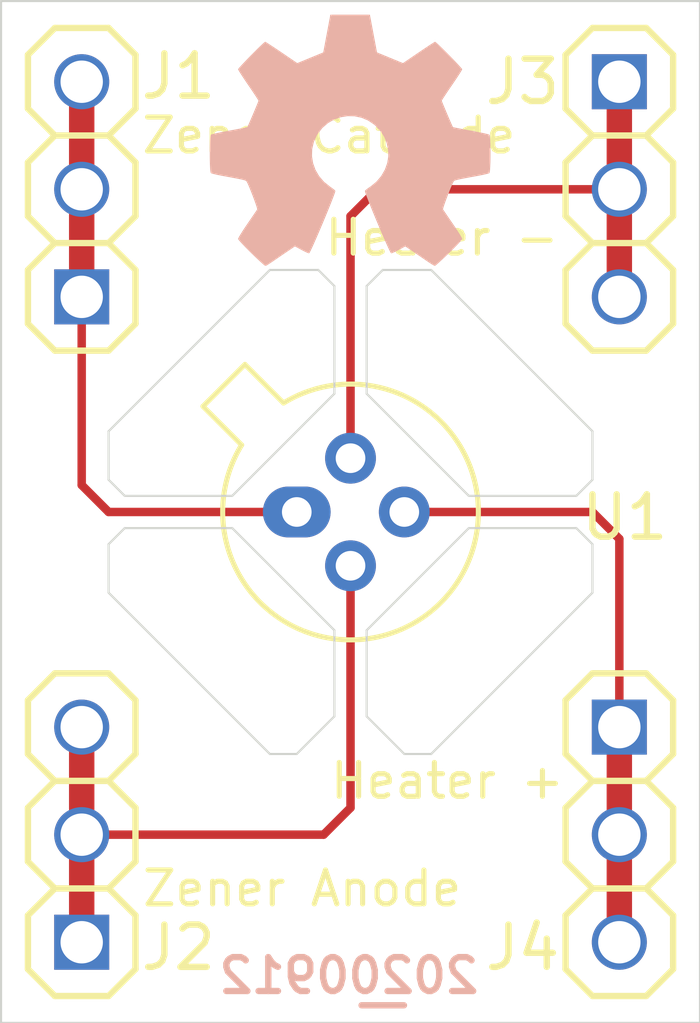
<source format=kicad_pcb>
(kicad_pcb (version 20171130) (host pcbnew 5.1.6-c6e7f7d~87~ubuntu19.10.1)

  (general
    (thickness 1.6)
    (drawings 40)
    (tracks 20)
    (zones 0)
    (modules 7)
    (nets 5)
  )

  (page A4)
  (layers
    (0 F.Cu signal)
    (31 B.Cu signal)
    (32 B.Adhes user)
    (33 F.Adhes user)
    (34 B.Paste user)
    (35 F.Paste user)
    (36 B.SilkS user)
    (37 F.SilkS user)
    (38 B.Mask user)
    (39 F.Mask user)
    (40 Dwgs.User user)
    (41 Cmts.User user)
    (42 Eco1.User user)
    (43 Eco2.User user)
    (44 Edge.Cuts user)
    (45 Margin user)
    (46 B.CrtYd user)
    (47 F.CrtYd user)
    (48 B.Fab user)
    (49 F.Fab user)
  )

  (setup
    (last_trace_width 0.6)
    (user_trace_width 0.2)
    (user_trace_width 0.3)
    (user_trace_width 0.4)
    (user_trace_width 0.6)
    (user_trace_width 0.8)
    (user_trace_width 1)
    (user_trace_width 1.2)
    (user_trace_width 1.4)
    (user_trace_width 1.6)
    (user_trace_width 2)
    (trace_clearance 0.2)
    (zone_clearance 0.508)
    (zone_45_only no)
    (trace_min 0.1524)
    (via_size 0.8)
    (via_drill 0.4)
    (via_min_size 0.381)
    (via_min_drill 0.254)
    (user_via 0.4 0.254)
    (user_via 0.5 0.3)
    (user_via 0.6 0.4)
    (user_via 0.8 0.6)
    (user_via 1.1 0.8)
    (user_via 1.3 1)
    (user_via 1.5 1.2)
    (user_via 1.7 1.4)
    (user_via 1.9 1.6)
    (user_via 2.5 2)
    (uvia_size 0.3)
    (uvia_drill 0.1)
    (uvias_allowed no)
    (uvia_min_size 0.2)
    (uvia_min_drill 0.1)
    (edge_width 0.05)
    (segment_width 0.2)
    (pcb_text_width 0.3)
    (pcb_text_size 1.5 1.5)
    (mod_edge_width 0.12)
    (mod_text_size 0.8 0.8)
    (mod_text_width 0.12)
    (pad_size 1.524 1.524)
    (pad_drill 0.762)
    (pad_to_mask_clearance 0.0762)
    (solder_mask_min_width 0.1016)
    (pad_to_paste_clearance_ratio -0.1)
    (aux_axis_origin 0 0)
    (visible_elements FFFFFF7F)
    (pcbplotparams
      (layerselection 0x010fc_ffffffff)
      (usegerberextensions false)
      (usegerberattributes true)
      (usegerberadvancedattributes true)
      (creategerberjobfile true)
      (excludeedgelayer true)
      (linewidth 0.100000)
      (plotframeref false)
      (viasonmask false)
      (mode 1)
      (useauxorigin false)
      (hpglpennumber 1)
      (hpglpenspeed 20)
      (hpglpendiameter 15.000000)
      (psnegative false)
      (psa4output false)
      (plotreference true)
      (plotvalue true)
      (plotinvisibletext false)
      (padsonsilk false)
      (subtractmaskfromsilk false)
      (outputformat 1)
      (mirror false)
      (drillshape 1)
      (scaleselection 1)
      (outputdirectory ""))
  )

  (net 0 "")
  (net 1 /ZenerC)
  (net 2 /ZenerA)
  (net 3 /Heater-)
  (net 4 /Heater+)

  (net_class Default "This is the default net class."
    (clearance 0.2)
    (trace_width 0.25)
    (via_dia 0.8)
    (via_drill 0.4)
    (uvia_dia 0.3)
    (uvia_drill 0.1)
    (add_net /Heater+)
    (add_net /Heater-)
    (add_net /ZenerA)
    (add_net /ZenerC)
  )

  (module Package_TO_SOT_THT:TO-46-4 (layer F.Cu) (tedit 5A02FF81) (tstamp 5F5D9404)
    (at 132.08 57.15)
    (descr TO-46-4)
    (tags TO-46-4)
    (path /5F5D5976)
    (fp_text reference U1 (at 7.747 0.127) (layer F.SilkS)
      (effects (font (size 1 1) (thickness 0.15)))
    )
    (fp_text value LM399 (at 1.27 4.02) (layer F.Fab)
      (effects (font (size 1 1) (thickness 0.15)))
    )
    (fp_arc (start 1.27 0) (end -0.312331 -2.572281) (angle 333.2) (layer F.SilkS) (width 0.12))
    (fp_arc (start 1.27 0) (end -0.329057 -2.419301) (angle 336.9) (layer F.Fab) (width 0.1))
    (fp_text user %R (at 7.747 0.127) (layer F.Fab)
      (effects (font (size 1 1) (thickness 0.15)))
    )
    (fp_line (start -0.329057 -2.419301) (end -1.156372 -3.246616) (layer F.Fab) (width 0.1))
    (fp_line (start -1.156372 -3.246616) (end -1.976616 -2.426372) (layer F.Fab) (width 0.1))
    (fp_line (start -1.976616 -2.426372) (end -1.149301 -1.599057) (layer F.Fab) (width 0.1))
    (fp_line (start -0.312331 -2.572281) (end -1.224499 -3.484448) (layer F.SilkS) (width 0.12))
    (fp_line (start -1.224499 -3.484448) (end -2.214448 -2.494499) (layer F.SilkS) (width 0.12))
    (fp_line (start -2.214448 -2.494499) (end -1.302281 -1.582331) (layer F.SilkS) (width 0.12))
    (fp_line (start -2.23 -3.5) (end -2.23 3.15) (layer F.CrtYd) (width 0.05))
    (fp_line (start -2.23 3.15) (end 4.42 3.15) (layer F.CrtYd) (width 0.05))
    (fp_line (start 4.42 3.15) (end 4.42 -3.5) (layer F.CrtYd) (width 0.05))
    (fp_line (start 4.42 -3.5) (end -2.23 -3.5) (layer F.CrtYd) (width 0.05))
    (fp_circle (center 1.27 0) (end 3.67 0) (layer F.Fab) (width 0.1))
    (pad 4 thru_hole oval (at 1.27 -1.27) (size 1.2 1.2) (drill 0.7) (layers *.Cu *.Mask)
      (net 3 /Heater-))
    (pad 3 thru_hole oval (at 2.54 0) (size 1.2 1.2) (drill 0.7) (layers *.Cu *.Mask)
      (net 4 /Heater+))
    (pad 2 thru_hole oval (at 1.27 1.27) (size 1.2 1.2) (drill 0.7) (layers *.Cu *.Mask)
      (net 2 /ZenerA))
    (pad 1 thru_hole oval (at 0 0) (size 1.6 1.2) (drill 0.7) (layers *.Cu *.Mask)
      (net 1 /ZenerC))
    (model ${KISYS3DMOD}/Package_TO_SOT_THT.3dshapes/TO-46-4.wrl
      (at (xyz 0 0 0))
      (scale (xyz 1 1 1))
      (rotate (xyz 0 0 0))
    )
  )

  (module SquantorConnectors:Header-0254-1X03-H010 (layer F.Cu) (tedit 5BE2003D) (tstamp 5F5D8E23)
    (at 139.7 64.77 270)
    (descr "PIN HEADER")
    (tags "PIN HEADER")
    (path /5F5D8F6A)
    (attr virtual)
    (fp_text reference J4 (at 2.667 2.286 180) (layer F.SilkS)
      (effects (font (size 1 1) (thickness 0.15)))
    )
    (fp_text value Conn_01x03 (at 0 2.1 90) (layer F.Fab) hide
      (effects (font (size 1 1) (thickness 0.15)))
    )
    (fp_line (start -3.175 -1.27) (end -1.905 -1.27) (layer F.SilkS) (width 0.15))
    (fp_line (start -1.905 -1.27) (end -1.27 -0.635) (layer F.SilkS) (width 0.15))
    (fp_line (start -1.27 -0.635) (end -1.27 0.635) (layer F.SilkS) (width 0.15))
    (fp_line (start -1.27 0.635) (end -1.905 1.27) (layer F.SilkS) (width 0.15))
    (fp_line (start -1.27 -0.635) (end -0.635 -1.27) (layer F.SilkS) (width 0.15))
    (fp_line (start -0.635 -1.27) (end 0.635 -1.27) (layer F.SilkS) (width 0.15))
    (fp_line (start 0.635 -1.27) (end 1.27 -0.635) (layer F.SilkS) (width 0.15))
    (fp_line (start 1.27 -0.635) (end 1.27 0.635) (layer F.SilkS) (width 0.15))
    (fp_line (start 1.27 0.635) (end 0.635 1.27) (layer F.SilkS) (width 0.15))
    (fp_line (start 0.635 1.27) (end -0.635 1.27) (layer F.SilkS) (width 0.15))
    (fp_line (start -0.635 1.27) (end -1.27 0.635) (layer F.SilkS) (width 0.15))
    (fp_line (start -3.81 -0.635) (end -3.81 0.635) (layer F.SilkS) (width 0.15))
    (fp_line (start -3.175 -1.27) (end -3.81 -0.635) (layer F.SilkS) (width 0.15))
    (fp_line (start -3.81 0.635) (end -3.175 1.27) (layer F.SilkS) (width 0.15))
    (fp_line (start -1.905 1.27) (end -3.175 1.27) (layer F.SilkS) (width 0.15))
    (fp_line (start 1.27 -0.635) (end 1.905 -1.27) (layer F.SilkS) (width 0.15))
    (fp_line (start 1.905 -1.27) (end 3.175 -1.27) (layer F.SilkS) (width 0.15))
    (fp_line (start 3.175 -1.27) (end 3.81 -0.635) (layer F.SilkS) (width 0.15))
    (fp_line (start 3.81 -0.635) (end 3.81 0.635) (layer F.SilkS) (width 0.15))
    (fp_line (start 3.81 0.635) (end 3.175 1.27) (layer F.SilkS) (width 0.15))
    (fp_line (start 3.175 1.27) (end 1.905 1.27) (layer F.SilkS) (width 0.15))
    (fp_line (start 1.905 1.27) (end 1.27 0.635) (layer F.SilkS) (width 0.15))
    (pad 3 thru_hole circle (at 2.54 0 90) (size 1.3 1.3) (drill 1) (layers *.Cu *.Mask)
      (net 4 /Heater+))
    (pad 2 thru_hole circle (at 0 0 90) (size 1.3 1.3) (drill 1) (layers *.Cu *.Mask)
      (net 4 /Heater+))
    (pad 1 thru_hole rect (at -2.54 0 90) (size 1.3 1.3) (drill 1) (layers *.Cu *.Mask)
      (net 4 /Heater+))
  )

  (module SquantorConnectors:Header-0254-1X03-H010 (layer F.Cu) (tedit 5BE2003D) (tstamp 5F5D8E06)
    (at 139.7 49.53 270)
    (descr "PIN HEADER")
    (tags "PIN HEADER")
    (path /5F5D9BE4)
    (attr virtual)
    (fp_text reference J3 (at -2.54 2.286 180) (layer F.SilkS)
      (effects (font (size 1 1) (thickness 0.15)))
    )
    (fp_text value Conn_01x03 (at 0 2.1 90) (layer F.Fab) hide
      (effects (font (size 1 1) (thickness 0.15)))
    )
    (fp_line (start -3.175 -1.27) (end -1.905 -1.27) (layer F.SilkS) (width 0.15))
    (fp_line (start -1.905 -1.27) (end -1.27 -0.635) (layer F.SilkS) (width 0.15))
    (fp_line (start -1.27 -0.635) (end -1.27 0.635) (layer F.SilkS) (width 0.15))
    (fp_line (start -1.27 0.635) (end -1.905 1.27) (layer F.SilkS) (width 0.15))
    (fp_line (start -1.27 -0.635) (end -0.635 -1.27) (layer F.SilkS) (width 0.15))
    (fp_line (start -0.635 -1.27) (end 0.635 -1.27) (layer F.SilkS) (width 0.15))
    (fp_line (start 0.635 -1.27) (end 1.27 -0.635) (layer F.SilkS) (width 0.15))
    (fp_line (start 1.27 -0.635) (end 1.27 0.635) (layer F.SilkS) (width 0.15))
    (fp_line (start 1.27 0.635) (end 0.635 1.27) (layer F.SilkS) (width 0.15))
    (fp_line (start 0.635 1.27) (end -0.635 1.27) (layer F.SilkS) (width 0.15))
    (fp_line (start -0.635 1.27) (end -1.27 0.635) (layer F.SilkS) (width 0.15))
    (fp_line (start -3.81 -0.635) (end -3.81 0.635) (layer F.SilkS) (width 0.15))
    (fp_line (start -3.175 -1.27) (end -3.81 -0.635) (layer F.SilkS) (width 0.15))
    (fp_line (start -3.81 0.635) (end -3.175 1.27) (layer F.SilkS) (width 0.15))
    (fp_line (start -1.905 1.27) (end -3.175 1.27) (layer F.SilkS) (width 0.15))
    (fp_line (start 1.27 -0.635) (end 1.905 -1.27) (layer F.SilkS) (width 0.15))
    (fp_line (start 1.905 -1.27) (end 3.175 -1.27) (layer F.SilkS) (width 0.15))
    (fp_line (start 3.175 -1.27) (end 3.81 -0.635) (layer F.SilkS) (width 0.15))
    (fp_line (start 3.81 -0.635) (end 3.81 0.635) (layer F.SilkS) (width 0.15))
    (fp_line (start 3.81 0.635) (end 3.175 1.27) (layer F.SilkS) (width 0.15))
    (fp_line (start 3.175 1.27) (end 1.905 1.27) (layer F.SilkS) (width 0.15))
    (fp_line (start 1.905 1.27) (end 1.27 0.635) (layer F.SilkS) (width 0.15))
    (pad 3 thru_hole circle (at 2.54 0 90) (size 1.3 1.3) (drill 1) (layers *.Cu *.Mask)
      (net 3 /Heater-))
    (pad 2 thru_hole circle (at 0 0 90) (size 1.3 1.3) (drill 1) (layers *.Cu *.Mask)
      (net 3 /Heater-))
    (pad 1 thru_hole rect (at -2.54 0 90) (size 1.3 1.3) (drill 1) (layers *.Cu *.Mask)
      (net 3 /Heater-))
  )

  (module SquantorConnectors:Header-0254-1X03-H010 (layer F.Cu) (tedit 5BE2003D) (tstamp 5F5D8DE9)
    (at 127 64.77 90)
    (descr "PIN HEADER")
    (tags "PIN HEADER")
    (path /5F5D7C9F)
    (attr virtual)
    (fp_text reference J2 (at -2.667 2.286 180) (layer F.SilkS)
      (effects (font (size 1 1) (thickness 0.15)))
    )
    (fp_text value Conn_01x03 (at 0 2.1 90) (layer F.Fab) hide
      (effects (font (size 1 1) (thickness 0.15)))
    )
    (fp_line (start -3.175 -1.27) (end -1.905 -1.27) (layer F.SilkS) (width 0.15))
    (fp_line (start -1.905 -1.27) (end -1.27 -0.635) (layer F.SilkS) (width 0.15))
    (fp_line (start -1.27 -0.635) (end -1.27 0.635) (layer F.SilkS) (width 0.15))
    (fp_line (start -1.27 0.635) (end -1.905 1.27) (layer F.SilkS) (width 0.15))
    (fp_line (start -1.27 -0.635) (end -0.635 -1.27) (layer F.SilkS) (width 0.15))
    (fp_line (start -0.635 -1.27) (end 0.635 -1.27) (layer F.SilkS) (width 0.15))
    (fp_line (start 0.635 -1.27) (end 1.27 -0.635) (layer F.SilkS) (width 0.15))
    (fp_line (start 1.27 -0.635) (end 1.27 0.635) (layer F.SilkS) (width 0.15))
    (fp_line (start 1.27 0.635) (end 0.635 1.27) (layer F.SilkS) (width 0.15))
    (fp_line (start 0.635 1.27) (end -0.635 1.27) (layer F.SilkS) (width 0.15))
    (fp_line (start -0.635 1.27) (end -1.27 0.635) (layer F.SilkS) (width 0.15))
    (fp_line (start -3.81 -0.635) (end -3.81 0.635) (layer F.SilkS) (width 0.15))
    (fp_line (start -3.175 -1.27) (end -3.81 -0.635) (layer F.SilkS) (width 0.15))
    (fp_line (start -3.81 0.635) (end -3.175 1.27) (layer F.SilkS) (width 0.15))
    (fp_line (start -1.905 1.27) (end -3.175 1.27) (layer F.SilkS) (width 0.15))
    (fp_line (start 1.27 -0.635) (end 1.905 -1.27) (layer F.SilkS) (width 0.15))
    (fp_line (start 1.905 -1.27) (end 3.175 -1.27) (layer F.SilkS) (width 0.15))
    (fp_line (start 3.175 -1.27) (end 3.81 -0.635) (layer F.SilkS) (width 0.15))
    (fp_line (start 3.81 -0.635) (end 3.81 0.635) (layer F.SilkS) (width 0.15))
    (fp_line (start 3.81 0.635) (end 3.175 1.27) (layer F.SilkS) (width 0.15))
    (fp_line (start 3.175 1.27) (end 1.905 1.27) (layer F.SilkS) (width 0.15))
    (fp_line (start 1.905 1.27) (end 1.27 0.635) (layer F.SilkS) (width 0.15))
    (pad 3 thru_hole circle (at 2.54 0 270) (size 1.3 1.3) (drill 1) (layers *.Cu *.Mask)
      (net 2 /ZenerA))
    (pad 2 thru_hole circle (at 0 0 270) (size 1.3 1.3) (drill 1) (layers *.Cu *.Mask)
      (net 2 /ZenerA))
    (pad 1 thru_hole rect (at -2.54 0 270) (size 1.3 1.3) (drill 1) (layers *.Cu *.Mask)
      (net 2 /ZenerA))
  )

  (module SquantorConnectors:Header-0254-1X03-H010 (layer F.Cu) (tedit 5BE2003D) (tstamp 5F5D9381)
    (at 127 49.53 90)
    (descr "PIN HEADER")
    (tags "PIN HEADER")
    (path /5F5D5BCA)
    (attr virtual)
    (fp_text reference J1 (at 2.667 2.286 180) (layer F.SilkS)
      (effects (font (size 1 1) (thickness 0.15)))
    )
    (fp_text value Conn_01x03 (at 0 2.1 90) (layer F.Fab) hide
      (effects (font (size 1 1) (thickness 0.15)))
    )
    (fp_line (start -3.175 -1.27) (end -1.905 -1.27) (layer F.SilkS) (width 0.15))
    (fp_line (start -1.905 -1.27) (end -1.27 -0.635) (layer F.SilkS) (width 0.15))
    (fp_line (start -1.27 -0.635) (end -1.27 0.635) (layer F.SilkS) (width 0.15))
    (fp_line (start -1.27 0.635) (end -1.905 1.27) (layer F.SilkS) (width 0.15))
    (fp_line (start -1.27 -0.635) (end -0.635 -1.27) (layer F.SilkS) (width 0.15))
    (fp_line (start -0.635 -1.27) (end 0.635 -1.27) (layer F.SilkS) (width 0.15))
    (fp_line (start 0.635 -1.27) (end 1.27 -0.635) (layer F.SilkS) (width 0.15))
    (fp_line (start 1.27 -0.635) (end 1.27 0.635) (layer F.SilkS) (width 0.15))
    (fp_line (start 1.27 0.635) (end 0.635 1.27) (layer F.SilkS) (width 0.15))
    (fp_line (start 0.635 1.27) (end -0.635 1.27) (layer F.SilkS) (width 0.15))
    (fp_line (start -0.635 1.27) (end -1.27 0.635) (layer F.SilkS) (width 0.15))
    (fp_line (start -3.81 -0.635) (end -3.81 0.635) (layer F.SilkS) (width 0.15))
    (fp_line (start -3.175 -1.27) (end -3.81 -0.635) (layer F.SilkS) (width 0.15))
    (fp_line (start -3.81 0.635) (end -3.175 1.27) (layer F.SilkS) (width 0.15))
    (fp_line (start -1.905 1.27) (end -3.175 1.27) (layer F.SilkS) (width 0.15))
    (fp_line (start 1.27 -0.635) (end 1.905 -1.27) (layer F.SilkS) (width 0.15))
    (fp_line (start 1.905 -1.27) (end 3.175 -1.27) (layer F.SilkS) (width 0.15))
    (fp_line (start 3.175 -1.27) (end 3.81 -0.635) (layer F.SilkS) (width 0.15))
    (fp_line (start 3.81 -0.635) (end 3.81 0.635) (layer F.SilkS) (width 0.15))
    (fp_line (start 3.81 0.635) (end 3.175 1.27) (layer F.SilkS) (width 0.15))
    (fp_line (start 3.175 1.27) (end 1.905 1.27) (layer F.SilkS) (width 0.15))
    (fp_line (start 1.905 1.27) (end 1.27 0.635) (layer F.SilkS) (width 0.15))
    (pad 3 thru_hole circle (at 2.54 0 270) (size 1.3 1.3) (drill 1) (layers *.Cu *.Mask)
      (net 1 /ZenerC))
    (pad 2 thru_hole circle (at 0 0 270) (size 1.3 1.3) (drill 1) (layers *.Cu *.Mask)
      (net 1 /ZenerC))
    (pad 1 thru_hole rect (at -2.54 0 270) (size 1.3 1.3) (drill 1) (layers *.Cu *.Mask)
      (net 1 /ZenerC))
  )

  (module Symbol:OSHW-Symbol_6.7x6mm_SilkScreen (layer B.Cu) (tedit 0) (tstamp 5EE12086)
    (at 133.35 48.387 180)
    (descr "Open Source Hardware Symbol")
    (tags "Logo Symbol OSHW")
    (path /5EE13678)
    (attr virtual)
    (fp_text reference N2 (at 0 0) (layer B.SilkS) hide
      (effects (font (size 1 1) (thickness 0.15)) (justify mirror))
    )
    (fp_text value OHWLOGO (at 0.75 0) (layer B.Fab) hide
      (effects (font (size 1 1) (thickness 0.15)) (justify mirror))
    )
    (fp_poly (pts (xy 0.555814 2.531069) (xy 0.639635 2.086445) (xy 0.94892 1.958947) (xy 1.258206 1.831449)
      (xy 1.629246 2.083754) (xy 1.733157 2.154004) (xy 1.827087 2.216728) (xy 1.906652 2.269062)
      (xy 1.96747 2.308143) (xy 2.005157 2.331107) (xy 2.015421 2.336058) (xy 2.03391 2.323324)
      (xy 2.07342 2.288118) (xy 2.129522 2.234938) (xy 2.197787 2.168282) (xy 2.273786 2.092646)
      (xy 2.353092 2.012528) (xy 2.431275 1.932426) (xy 2.503907 1.856836) (xy 2.566559 1.790255)
      (xy 2.614803 1.737182) (xy 2.64421 1.702113) (xy 2.651241 1.690377) (xy 2.641123 1.66874)
      (xy 2.612759 1.621338) (xy 2.569129 1.552807) (xy 2.513218 1.467785) (xy 2.448006 1.370907)
      (xy 2.410219 1.31565) (xy 2.341343 1.214752) (xy 2.28014 1.123701) (xy 2.229578 1.04703)
      (xy 2.192628 0.989272) (xy 2.172258 0.954957) (xy 2.169197 0.947746) (xy 2.176136 0.927252)
      (xy 2.195051 0.879487) (xy 2.223087 0.811168) (xy 2.257391 0.729011) (xy 2.295109 0.63973)
      (xy 2.333387 0.550042) (xy 2.36937 0.466662) (xy 2.400206 0.396306) (xy 2.423039 0.34569)
      (xy 2.435017 0.321529) (xy 2.435724 0.320578) (xy 2.454531 0.315964) (xy 2.504618 0.305672)
      (xy 2.580793 0.290713) (xy 2.677865 0.272099) (xy 2.790643 0.250841) (xy 2.856442 0.238582)
      (xy 2.97695 0.215638) (xy 3.085797 0.193805) (xy 3.177476 0.174278) (xy 3.246481 0.158252)
      (xy 3.287304 0.146921) (xy 3.295511 0.143326) (xy 3.303548 0.118994) (xy 3.310033 0.064041)
      (xy 3.31497 -0.015108) (xy 3.318364 -0.112026) (xy 3.320218 -0.220287) (xy 3.320538 -0.333465)
      (xy 3.319327 -0.445135) (xy 3.31659 -0.548868) (xy 3.312331 -0.638241) (xy 3.306555 -0.706826)
      (xy 3.299267 -0.748197) (xy 3.294895 -0.75681) (xy 3.268764 -0.767133) (xy 3.213393 -0.781892)
      (xy 3.136107 -0.799352) (xy 3.04423 -0.81778) (xy 3.012158 -0.823741) (xy 2.857524 -0.852066)
      (xy 2.735375 -0.874876) (xy 2.641673 -0.89308) (xy 2.572384 -0.907583) (xy 2.523471 -0.919292)
      (xy 2.490897 -0.929115) (xy 2.470628 -0.937956) (xy 2.458626 -0.946724) (xy 2.456947 -0.948457)
      (xy 2.440184 -0.976371) (xy 2.414614 -1.030695) (xy 2.382788 -1.104777) (xy 2.34726 -1.191965)
      (xy 2.310583 -1.285608) (xy 2.275311 -1.379052) (xy 2.243996 -1.465647) (xy 2.219193 -1.53874)
      (xy 2.203454 -1.591678) (xy 2.199332 -1.617811) (xy 2.199676 -1.618726) (xy 2.213641 -1.640086)
      (xy 2.245322 -1.687084) (xy 2.291391 -1.754827) (xy 2.348518 -1.838423) (xy 2.413373 -1.932982)
      (xy 2.431843 -1.959854) (xy 2.497699 -2.057275) (xy 2.55565 -2.146163) (xy 2.602538 -2.221412)
      (xy 2.635207 -2.27792) (xy 2.6505 -2.310581) (xy 2.651241 -2.314593) (xy 2.638392 -2.335684)
      (xy 2.602888 -2.377464) (xy 2.549293 -2.435445) (xy 2.482171 -2.505135) (xy 2.406087 -2.582045)
      (xy 2.325604 -2.661683) (xy 2.245287 -2.739561) (xy 2.169699 -2.811186) (xy 2.103405 -2.87207)
      (xy 2.050969 -2.917721) (xy 2.016955 -2.94365) (xy 2.007545 -2.947883) (xy 1.985643 -2.937912)
      (xy 1.9408 -2.91102) (xy 1.880321 -2.871736) (xy 1.833789 -2.840117) (xy 1.749475 -2.782098)
      (xy 1.649626 -2.713784) (xy 1.549473 -2.645579) (xy 1.495627 -2.609075) (xy 1.313371 -2.4858)
      (xy 1.160381 -2.56852) (xy 1.090682 -2.604759) (xy 1.031414 -2.632926) (xy 0.991311 -2.648991)
      (xy 0.981103 -2.651226) (xy 0.968829 -2.634722) (xy 0.944613 -2.588082) (xy 0.910263 -2.515609)
      (xy 0.867588 -2.421606) (xy 0.818394 -2.310374) (xy 0.76449 -2.186215) (xy 0.707684 -2.053432)
      (xy 0.649782 -1.916327) (xy 0.592593 -1.779202) (xy 0.537924 -1.646358) (xy 0.487584 -1.522098)
      (xy 0.44338 -1.410725) (xy 0.407119 -1.316539) (xy 0.380609 -1.243844) (xy 0.365658 -1.196941)
      (xy 0.363254 -1.180833) (xy 0.382311 -1.160286) (xy 0.424036 -1.126933) (xy 0.479706 -1.087702)
      (xy 0.484378 -1.084599) (xy 0.628264 -0.969423) (xy 0.744283 -0.835053) (xy 0.83143 -0.685784)
      (xy 0.888699 -0.525913) (xy 0.915086 -0.359737) (xy 0.909585 -0.191552) (xy 0.87119 -0.025655)
      (xy 0.798895 0.133658) (xy 0.777626 0.168513) (xy 0.666996 0.309263) (xy 0.536302 0.422286)
      (xy 0.390064 0.506997) (xy 0.232808 0.562806) (xy 0.069057 0.589126) (xy -0.096667 0.58537)
      (xy -0.259838 0.55095) (xy -0.415935 0.485277) (xy -0.560433 0.387765) (xy -0.605131 0.348187)
      (xy -0.718888 0.224297) (xy -0.801782 0.093876) (xy -0.858644 -0.052315) (xy -0.890313 -0.197088)
      (xy -0.898131 -0.35986) (xy -0.872062 -0.52344) (xy -0.814755 -0.682298) (xy -0.728856 -0.830906)
      (xy -0.617014 -0.963735) (xy -0.481877 -1.075256) (xy -0.464117 -1.087011) (xy -0.40785 -1.125508)
      (xy -0.365077 -1.158863) (xy -0.344628 -1.18016) (xy -0.344331 -1.180833) (xy -0.348721 -1.203871)
      (xy -0.366124 -1.256157) (xy -0.394732 -1.33339) (xy -0.432735 -1.431268) (xy -0.478326 -1.545491)
      (xy -0.529697 -1.671758) (xy -0.585038 -1.805767) (xy -0.642542 -1.943218) (xy -0.700399 -2.079808)
      (xy -0.756802 -2.211237) (xy -0.809942 -2.333205) (xy -0.85801 -2.441409) (xy -0.899199 -2.531549)
      (xy -0.931699 -2.599323) (xy -0.953703 -2.64043) (xy -0.962564 -2.651226) (xy -0.98964 -2.642819)
      (xy -1.040303 -2.620272) (xy -1.105817 -2.587613) (xy -1.141841 -2.56852) (xy -1.294832 -2.4858)
      (xy -1.477088 -2.609075) (xy -1.570125 -2.672228) (xy -1.671985 -2.741727) (xy -1.767438 -2.807165)
      (xy -1.81525 -2.840117) (xy -1.882495 -2.885273) (xy -1.939436 -2.921057) (xy -1.978646 -2.942938)
      (xy -1.991381 -2.947563) (xy -2.009917 -2.935085) (xy -2.050941 -2.900252) (xy -2.110475 -2.846678)
      (xy -2.184542 -2.777983) (xy -2.269165 -2.697781) (xy -2.322685 -2.646286) (xy -2.416319 -2.554286)
      (xy -2.497241 -2.471999) (xy -2.562177 -2.402945) (xy -2.607858 -2.350644) (xy -2.631011 -2.318616)
      (xy -2.633232 -2.312116) (xy -2.622924 -2.287394) (xy -2.594439 -2.237405) (xy -2.550937 -2.167212)
      (xy -2.495577 -2.081875) (xy -2.43152 -1.986456) (xy -2.413303 -1.959854) (xy -2.346927 -1.863167)
      (xy -2.287378 -1.776117) (xy -2.237984 -1.703595) (xy -2.202075 -1.650493) (xy -2.182981 -1.621703)
      (xy -2.181136 -1.618726) (xy -2.183895 -1.595782) (xy -2.198538 -1.545336) (xy -2.222513 -1.474041)
      (xy -2.253266 -1.388547) (xy -2.288244 -1.295507) (xy -2.324893 -1.201574) (xy -2.360661 -1.113399)
      (xy -2.392994 -1.037634) (xy -2.419338 -0.980931) (xy -2.437142 -0.949943) (xy -2.438407 -0.948457)
      (xy -2.449294 -0.939601) (xy -2.467682 -0.930843) (xy -2.497606 -0.921277) (xy -2.543103 -0.909996)
      (xy -2.608209 -0.896093) (xy -2.696961 -0.878663) (xy -2.813393 -0.856798) (xy -2.961542 -0.829591)
      (xy -2.993618 -0.823741) (xy -3.088686 -0.805374) (xy -3.171565 -0.787405) (xy -3.23493 -0.771569)
      (xy -3.271458 -0.7596) (xy -3.276356 -0.75681) (xy -3.284427 -0.732072) (xy -3.290987 -0.67679)
      (xy -3.296033 -0.597389) (xy -3.299559 -0.500296) (xy -3.301561 -0.391938) (xy -3.302036 -0.27874)
      (xy -3.300977 -0.167128) (xy -3.298382 -0.063529) (xy -3.294246 0.025632) (xy -3.288563 0.093928)
      (xy -3.281331 0.134934) (xy -3.276971 0.143326) (xy -3.252698 0.151792) (xy -3.197426 0.165565)
      (xy -3.116662 0.18345) (xy -3.015912 0.204252) (xy -2.900683 0.226777) (xy -2.837902 0.238582)
      (xy -2.718787 0.260849) (xy -2.612565 0.281021) (xy -2.524427 0.298085) (xy -2.459566 0.311031)
      (xy -2.423174 0.318845) (xy -2.417184 0.320578) (xy -2.407061 0.34011) (xy -2.385662 0.387157)
      (xy -2.355839 0.454997) (xy -2.320445 0.536909) (xy -2.282332 0.626172) (xy -2.244353 0.716065)
      (xy -2.20936 0.799865) (xy -2.180206 0.870853) (xy -2.159743 0.922306) (xy -2.150823 0.947503)
      (xy -2.150657 0.948604) (xy -2.160769 0.968481) (xy -2.189117 1.014223) (xy -2.232723 1.081283)
      (xy -2.288606 1.165116) (xy -2.353787 1.261174) (xy -2.391679 1.31635) (xy -2.460725 1.417519)
      (xy -2.52205 1.50937) (xy -2.572663 1.587256) (xy -2.609571 1.646531) (xy -2.629782 1.682549)
      (xy -2.632701 1.690623) (xy -2.620153 1.709416) (xy -2.585463 1.749543) (xy -2.533063 1.806507)
      (xy -2.467384 1.875815) (xy -2.392856 1.952969) (xy -2.313913 2.033475) (xy -2.234983 2.112837)
      (xy -2.1605 2.18656) (xy -2.094894 2.250148) (xy -2.042596 2.299106) (xy -2.008039 2.328939)
      (xy -1.996478 2.336058) (xy -1.977654 2.326047) (xy -1.932631 2.297922) (xy -1.865787 2.254546)
      (xy -1.781499 2.198782) (xy -1.684144 2.133494) (xy -1.610707 2.083754) (xy -1.239667 1.831449)
      (xy -0.621095 2.086445) (xy -0.537275 2.531069) (xy -0.453454 2.975693) (xy 0.471994 2.975693)
      (xy 0.555814 2.531069)) (layer B.SilkS) (width 0.01))
  )

  (module SquantorLabels:Label_Generic (layer B.Cu) (tedit 5D8A7D4C) (tstamp 5EE12051)
    (at 134.112 68.199 180)
    (descr "Label for general purpose use")
    (tags Label)
    (path /5EE12BF3)
    (attr smd)
    (fp_text reference N1 (at 0 -1.85) (layer B.Fab) hide
      (effects (font (size 1 1) (thickness 0.15)) (justify mirror))
    )
    (fp_text value 20200912 (at 0.8 0.1) (layer B.SilkS)
      (effects (font (size 0.8 0.8) (thickness 0.15)) (justify mirror))
    )
    (fp_line (start -0.5 -0.6) (end 0.5 -0.6) (layer B.SilkS) (width 0.15))
  )

  (gr_text "Heater +" (at 135.636 63.5) (layer F.SilkS)
    (effects (font (size 0.8 0.8) (thickness 0.12)))
  )
  (gr_text "Zener Anode" (at 132.207 66.04) (layer F.SilkS)
    (effects (font (size 0.8 0.8) (thickness 0.12)))
  )
  (gr_text "Heater -" (at 135.509 50.673) (layer F.SilkS)
    (effects (font (size 0.8 0.8) (thickness 0.12)))
  )
  (gr_text "Zener Cathode" (at 132.842 48.26) (layer F.SilkS)
    (effects (font (size 0.8 0.8) (thickness 0.12)))
  )
  (gr_line (start 132.969 61.976) (end 132.08 62.865) (layer Edge.Cuts) (width 0.05) (tstamp 5F5D946C))
  (gr_line (start 132.969 61.976) (end 132.969 59.944) (layer Edge.Cuts) (width 0.05) (tstamp 5F5D945E))
  (gr_line (start 131.445 62.865) (end 132.08 62.865) (layer Edge.Cuts) (width 0.05))
  (gr_line (start 127.635 59.055) (end 131.445 62.865) (layer Edge.Cuts) (width 0.05))
  (gr_line (start 127.635 57.912) (end 127.635 59.055) (layer Edge.Cuts) (width 0.05))
  (gr_line (start 128.016 57.531) (end 127.635 57.912) (layer Edge.Cuts) (width 0.05))
  (gr_line (start 130.556 57.531) (end 128.016 57.531) (layer Edge.Cuts) (width 0.05))
  (gr_line (start 132.969 59.944) (end 130.556 57.531) (layer Edge.Cuts) (width 0.05))
  (gr_line (start 135.255 62.865) (end 139.065 59.055) (layer Edge.Cuts) (width 0.05) (tstamp 5F5D945D))
  (gr_line (start 134.62 62.865) (end 135.255 62.865) (layer Edge.Cuts) (width 0.05))
  (gr_line (start 133.731 61.976) (end 134.62 62.865) (layer Edge.Cuts) (width 0.05))
  (gr_line (start 133.731 59.944) (end 133.731 61.976) (layer Edge.Cuts) (width 0.05))
  (gr_line (start 136.144 57.531) (end 133.731 59.944) (layer Edge.Cuts) (width 0.05))
  (gr_line (start 139.065 57.912) (end 139.065 59.055) (layer Edge.Cuts) (width 0.05))
  (gr_line (start 138.684 57.531) (end 139.065 57.912) (layer Edge.Cuts) (width 0.05))
  (gr_line (start 136.144 57.531) (end 138.684 57.531) (layer Edge.Cuts) (width 0.05))
  (gr_line (start 133.731 51.816) (end 133.731 54.356) (layer Edge.Cuts) (width 0.05) (tstamp 5F5D942F))
  (gr_line (start 134.112 51.435) (end 133.731 51.816) (layer Edge.Cuts) (width 0.05))
  (gr_line (start 135.255 51.435) (end 134.112 51.435) (layer Edge.Cuts) (width 0.05))
  (gr_line (start 139.065 55.245) (end 135.255 51.435) (layer Edge.Cuts) (width 0.05))
  (gr_line (start 139.065 56.388) (end 139.065 55.245) (layer Edge.Cuts) (width 0.05))
  (gr_line (start 138.684 56.769) (end 139.065 56.388) (layer Edge.Cuts) (width 0.05))
  (gr_line (start 136.144 56.769) (end 138.684 56.769) (layer Edge.Cuts) (width 0.05))
  (gr_line (start 133.731 54.356) (end 136.144 56.769) (layer Edge.Cuts) (width 0.05))
  (gr_line (start 131.445 51.435) (end 132.588 51.435) (layer Edge.Cuts) (width 0.05) (tstamp 5F5D942E))
  (gr_line (start 127.635 55.245) (end 131.445 51.435) (layer Edge.Cuts) (width 0.05))
  (gr_line (start 127.635 56.388) (end 127.635 55.245) (layer Edge.Cuts) (width 0.05))
  (gr_line (start 132.969 51.816) (end 132.969 54.356) (layer Edge.Cuts) (width 0.05) (tstamp 5F5D93D8))
  (gr_line (start 132.588 51.435) (end 132.969 51.816) (layer Edge.Cuts) (width 0.05))
  (gr_line (start 128.016 56.769) (end 127.635 56.388) (layer Edge.Cuts) (width 0.05))
  (gr_line (start 130.556 56.769) (end 132.969 54.356) (layer Edge.Cuts) (width 0.05))
  (gr_line (start 128.016 56.769) (end 130.556 56.769) (layer Edge.Cuts) (width 0.05))
  (gr_line (start 125.095 69.215) (end 125.095 45.085) (layer Edge.Cuts) (width 0.05) (tstamp 5F5D9343))
  (gr_line (start 141.605 69.215) (end 125.095 69.215) (layer Edge.Cuts) (width 0.05))
  (gr_line (start 141.605 45.085) (end 141.605 69.215) (layer Edge.Cuts) (width 0.05))
  (gr_line (start 125.095 45.085) (end 141.605 45.085) (layer Edge.Cuts) (width 0.05))

  (segment (start 132.08 57.15) (end 127.635 57.15) (width 0.2) (layer F.Cu) (net 1))
  (segment (start 127 56.515) (end 127 52.07) (width 0.2) (layer F.Cu) (net 1))
  (segment (start 127.635 57.15) (end 127 56.515) (width 0.2) (layer F.Cu) (net 1))
  (segment (start 127 52.07) (end 127 49.53) (width 0.6) (layer F.Cu) (net 1))
  (segment (start 127 49.53) (end 127 46.99) (width 0.6) (layer F.Cu) (net 1))
  (segment (start 133.35 58.42) (end 133.35 64.135) (width 0.2) (layer F.Cu) (net 2))
  (segment (start 132.715 64.77) (end 127 64.77) (width 0.2) (layer F.Cu) (net 2))
  (segment (start 133.35 64.135) (end 132.715 64.77) (width 0.2) (layer F.Cu) (net 2))
  (segment (start 127 62.23) (end 127 64.77) (width 0.6) (layer F.Cu) (net 2))
  (segment (start 127 64.77) (end 127 67.31) (width 0.6) (layer F.Cu) (net 2))
  (segment (start 133.985 49.53) (end 139.7 49.53) (width 0.2) (layer F.Cu) (net 3))
  (segment (start 133.35 55.88) (end 133.35 50.165) (width 0.2) (layer F.Cu) (net 3))
  (segment (start 133.35 50.165) (end 133.985 49.53) (width 0.2) (layer F.Cu) (net 3))
  (segment (start 139.7 52.07) (end 139.7 49.53) (width 0.6) (layer F.Cu) (net 3))
  (segment (start 139.7 49.53) (end 139.7 46.99) (width 0.6) (layer F.Cu) (net 3))
  (segment (start 134.62 57.15) (end 139.065 57.15) (width 0.2) (layer F.Cu) (net 4))
  (segment (start 139.7 57.785) (end 139.7 62.23) (width 0.2) (layer F.Cu) (net 4))
  (segment (start 139.065 57.15) (end 139.7 57.785) (width 0.2) (layer F.Cu) (net 4))
  (segment (start 139.7 67.31) (end 139.7 64.77) (width 0.6) (layer F.Cu) (net 4))
  (segment (start 139.7 64.77) (end 139.7 62.23) (width 0.6) (layer F.Cu) (net 4))

)

</source>
